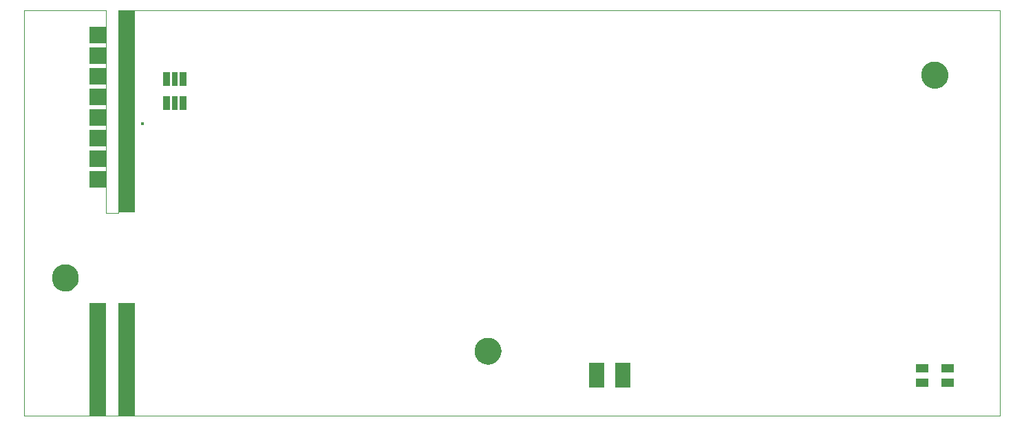
<source format=gts>
G75*
G70*
%OFA0B0*%
%FSLAX24Y24*%
%IPPOS*%
%LPD*%
%AMOC8*
5,1,8,0,0,1.08239X$1,22.5*
%
%ADD10C,0.0000*%
%ADD11R,0.0787X0.5512*%
%ADD12R,0.0787X0.9843*%
%ADD13R,0.0827X0.0827*%
%ADD14C,0.0159*%
%ADD15R,0.0335X0.0669*%
%ADD16R,0.0276X0.0669*%
%ADD17R,0.0744X0.1200*%
%ADD18C,0.1300*%
%ADD19R,0.0633X0.0415*%
D10*
X000260Y000467D02*
X000260Y020152D01*
X004197Y020152D01*
X004197Y010310D01*
X004827Y010310D01*
X004827Y020152D01*
X047504Y020152D01*
X047504Y000467D01*
X000260Y000467D01*
X001599Y007160D02*
X001601Y007210D01*
X001607Y007260D01*
X001617Y007309D01*
X001631Y007357D01*
X001648Y007404D01*
X001669Y007449D01*
X001694Y007493D01*
X001722Y007534D01*
X001754Y007573D01*
X001788Y007610D01*
X001825Y007644D01*
X001865Y007674D01*
X001907Y007701D01*
X001951Y007725D01*
X001997Y007746D01*
X002044Y007762D01*
X002092Y007775D01*
X002142Y007784D01*
X002191Y007789D01*
X002242Y007790D01*
X002292Y007787D01*
X002341Y007780D01*
X002390Y007769D01*
X002438Y007754D01*
X002484Y007736D01*
X002529Y007714D01*
X002572Y007688D01*
X002613Y007659D01*
X002652Y007627D01*
X002688Y007592D01*
X002720Y007554D01*
X002750Y007514D01*
X002777Y007471D01*
X002800Y007427D01*
X002819Y007381D01*
X002835Y007333D01*
X002847Y007284D01*
X002855Y007235D01*
X002859Y007185D01*
X002859Y007135D01*
X002855Y007085D01*
X002847Y007036D01*
X002835Y006987D01*
X002819Y006939D01*
X002800Y006893D01*
X002777Y006849D01*
X002750Y006806D01*
X002720Y006766D01*
X002688Y006728D01*
X002652Y006693D01*
X002613Y006661D01*
X002572Y006632D01*
X002529Y006606D01*
X002484Y006584D01*
X002438Y006566D01*
X002390Y006551D01*
X002341Y006540D01*
X002292Y006533D01*
X002242Y006530D01*
X002191Y006531D01*
X002142Y006536D01*
X002092Y006545D01*
X002044Y006558D01*
X001997Y006574D01*
X001951Y006595D01*
X001907Y006619D01*
X001865Y006646D01*
X001825Y006676D01*
X001788Y006710D01*
X001754Y006747D01*
X001722Y006786D01*
X001694Y006827D01*
X001669Y006871D01*
X001648Y006916D01*
X001631Y006963D01*
X001617Y007011D01*
X001607Y007060D01*
X001601Y007110D01*
X001599Y007160D01*
X022071Y003617D02*
X022073Y003667D01*
X022079Y003717D01*
X022089Y003766D01*
X022103Y003814D01*
X022120Y003861D01*
X022141Y003906D01*
X022166Y003950D01*
X022194Y003991D01*
X022226Y004030D01*
X022260Y004067D01*
X022297Y004101D01*
X022337Y004131D01*
X022379Y004158D01*
X022423Y004182D01*
X022469Y004203D01*
X022516Y004219D01*
X022564Y004232D01*
X022614Y004241D01*
X022663Y004246D01*
X022714Y004247D01*
X022764Y004244D01*
X022813Y004237D01*
X022862Y004226D01*
X022910Y004211D01*
X022956Y004193D01*
X023001Y004171D01*
X023044Y004145D01*
X023085Y004116D01*
X023124Y004084D01*
X023160Y004049D01*
X023192Y004011D01*
X023222Y003971D01*
X023249Y003928D01*
X023272Y003884D01*
X023291Y003838D01*
X023307Y003790D01*
X023319Y003741D01*
X023327Y003692D01*
X023331Y003642D01*
X023331Y003592D01*
X023327Y003542D01*
X023319Y003493D01*
X023307Y003444D01*
X023291Y003396D01*
X023272Y003350D01*
X023249Y003306D01*
X023222Y003263D01*
X023192Y003223D01*
X023160Y003185D01*
X023124Y003150D01*
X023085Y003118D01*
X023044Y003089D01*
X023001Y003063D01*
X022956Y003041D01*
X022910Y003023D01*
X022862Y003008D01*
X022813Y002997D01*
X022764Y002990D01*
X022714Y002987D01*
X022663Y002988D01*
X022614Y002993D01*
X022564Y003002D01*
X022516Y003015D01*
X022469Y003031D01*
X022423Y003052D01*
X022379Y003076D01*
X022337Y003103D01*
X022297Y003133D01*
X022260Y003167D01*
X022226Y003204D01*
X022194Y003243D01*
X022166Y003284D01*
X022141Y003328D01*
X022120Y003373D01*
X022103Y003420D01*
X022089Y003468D01*
X022079Y003517D01*
X022073Y003567D01*
X022071Y003617D01*
X043724Y017003D02*
X043726Y017053D01*
X043732Y017103D01*
X043742Y017152D01*
X043756Y017200D01*
X043773Y017247D01*
X043794Y017292D01*
X043819Y017336D01*
X043847Y017377D01*
X043879Y017416D01*
X043913Y017453D01*
X043950Y017487D01*
X043990Y017517D01*
X044032Y017544D01*
X044076Y017568D01*
X044122Y017589D01*
X044169Y017605D01*
X044217Y017618D01*
X044267Y017627D01*
X044316Y017632D01*
X044367Y017633D01*
X044417Y017630D01*
X044466Y017623D01*
X044515Y017612D01*
X044563Y017597D01*
X044609Y017579D01*
X044654Y017557D01*
X044697Y017531D01*
X044738Y017502D01*
X044777Y017470D01*
X044813Y017435D01*
X044845Y017397D01*
X044875Y017357D01*
X044902Y017314D01*
X044925Y017270D01*
X044944Y017224D01*
X044960Y017176D01*
X044972Y017127D01*
X044980Y017078D01*
X044984Y017028D01*
X044984Y016978D01*
X044980Y016928D01*
X044972Y016879D01*
X044960Y016830D01*
X044944Y016782D01*
X044925Y016736D01*
X044902Y016692D01*
X044875Y016649D01*
X044845Y016609D01*
X044813Y016571D01*
X044777Y016536D01*
X044738Y016504D01*
X044697Y016475D01*
X044654Y016449D01*
X044609Y016427D01*
X044563Y016409D01*
X044515Y016394D01*
X044466Y016383D01*
X044417Y016376D01*
X044367Y016373D01*
X044316Y016374D01*
X044267Y016379D01*
X044217Y016388D01*
X044169Y016401D01*
X044122Y016417D01*
X044076Y016438D01*
X044032Y016462D01*
X043990Y016489D01*
X043950Y016519D01*
X043913Y016553D01*
X043879Y016590D01*
X043847Y016629D01*
X043819Y016670D01*
X043794Y016714D01*
X043773Y016759D01*
X043756Y016806D01*
X043742Y016854D01*
X043732Y016903D01*
X043726Y016953D01*
X043724Y017003D01*
D11*
X005221Y003223D03*
X003803Y003223D03*
D12*
X005221Y015231D03*
D13*
X003803Y014928D03*
X003803Y013928D03*
X003803Y012928D03*
X003803Y011928D03*
X003803Y015928D03*
X003803Y016928D03*
X003803Y017928D03*
X003803Y018928D03*
D14*
X005969Y014641D03*
D15*
X007140Y015625D03*
X007947Y015625D03*
X007947Y016806D03*
X007140Y016816D03*
D16*
X007543Y016806D03*
X007543Y015625D03*
D17*
X027979Y002436D03*
X029234Y002436D03*
D18*
X022701Y003617D03*
X002229Y007160D03*
X044354Y017003D03*
D19*
X043743Y002781D03*
X043743Y002091D03*
X044966Y002091D03*
X044966Y002781D03*
M02*

</source>
